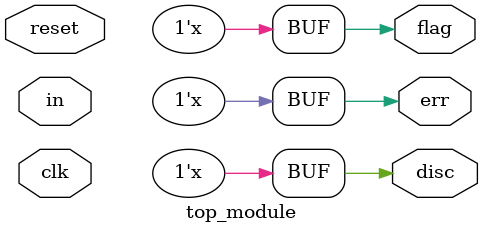
<source format=sv>
module top_module (
	input clk,
	input reset,
	input in,
	output disc,
	output flag,
	output err);

	parameter S0 = 0;
	parameter S1 = 1;
	parameter S2 = 2;
	parameter S3 = 3;
	parameter S4 = 4;

	reg [2:0] state, next_state;
	reg disc_reg, flag_reg, err_reg;

	always @(posedge clk or posedge reset) begin
		if (reset) begin
			state     <= S0;
			disc_reg  <= 0;
			flag_reg  <= 0;
			err_reg   <= 0;
		end else begin
			state     <= next_state;
			disc_reg  <= 0;
			flag_reg  <= 0;
			err_reg   <= 0;
		end
	end

	always @* begin
		disc      = disc_reg;
		flag      = flag_reg;
		err       = err_reg;

		case (state)
			S0: if (in) begin
					next_state = S1;
				end else begin
					next_state = S0;
				end
			S1: if (in) begin
					next_state = S2;
				end else begin
					next_state = S0;
				end
			S2: if (in) begin
					next_state = S3;
					flag_reg = 1;
				end else begin
					next_state = S0;
				end
			S3: if (in) begin
					next_state = S4;
					err_reg = 1;
				end else begin
					next_state = S0;
				end
			S4: if (in) begin
					next_state = S4;
					err_reg = 1;
				end else begin
					next_state = S0;
					disc_reg = 1;
				end
		endcase
	end
endmodule

</source>
